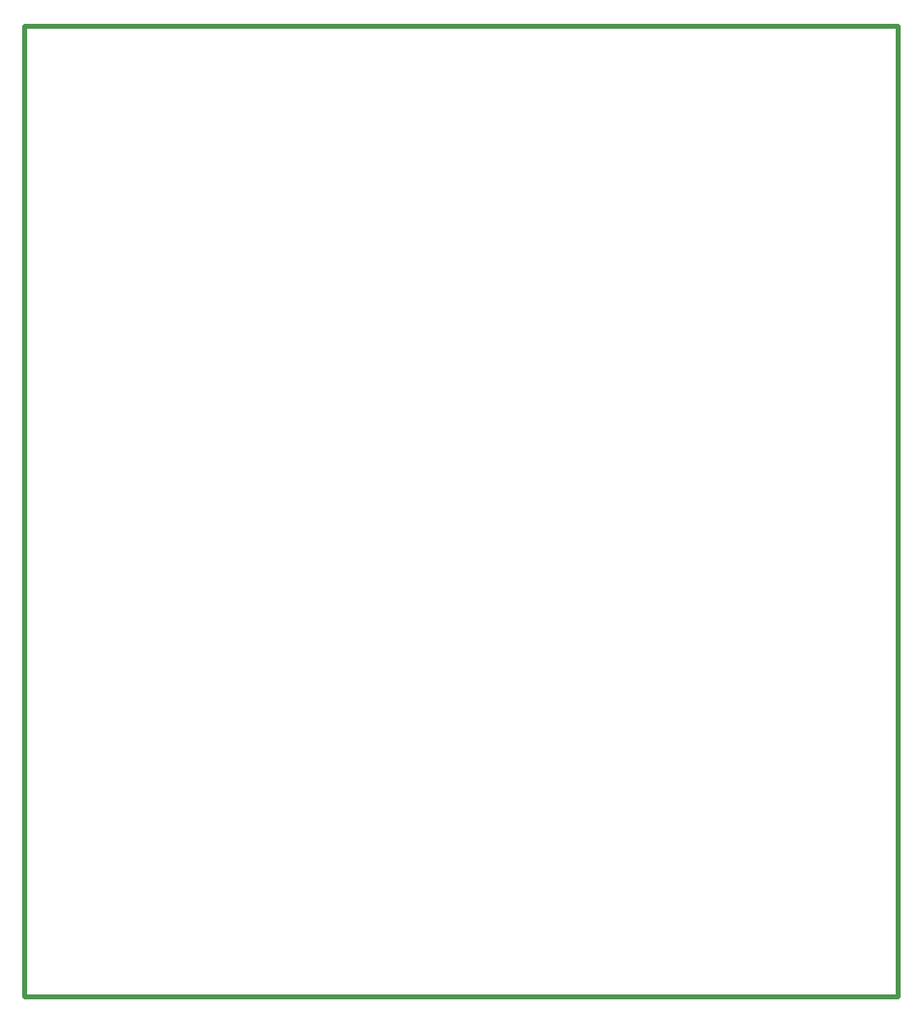
<source format=gbr>
%TF.GenerationSoftware,KiCad,Pcbnew,7.0.6-7.0.6~ubuntu22.04.1*%
%TF.CreationDate,2023-07-19T15:48:20-03:00*%
%TF.ProjectId,Gerador_sinais_AD9833,47657261-646f-4725-9f73-696e6169735f,v01*%
%TF.SameCoordinates,Original*%
%TF.FileFunction,Profile,NP*%
%FSLAX46Y46*%
G04 Gerber Fmt 4.6, Leading zero omitted, Abs format (unit mm)*
G04 Created by KiCad (PCBNEW 7.0.6-7.0.6~ubuntu22.04.1) date 2023-07-19 15:48:20*
%MOMM*%
%LPD*%
G01*
G04 APERTURE LIST*
%TA.AperFunction,Profile*%
%ADD10C,0.500000*%
%TD*%
G04 APERTURE END LIST*
D10*
X191600000Y-50800000D02*
X101600000Y-50800000D01*
X191600000Y-150800000D02*
X191600000Y-50800000D01*
X191599820Y-150799800D02*
X101600000Y-150799800D01*
X101600000Y-50800000D02*
X101600000Y-150799800D01*
M02*

</source>
